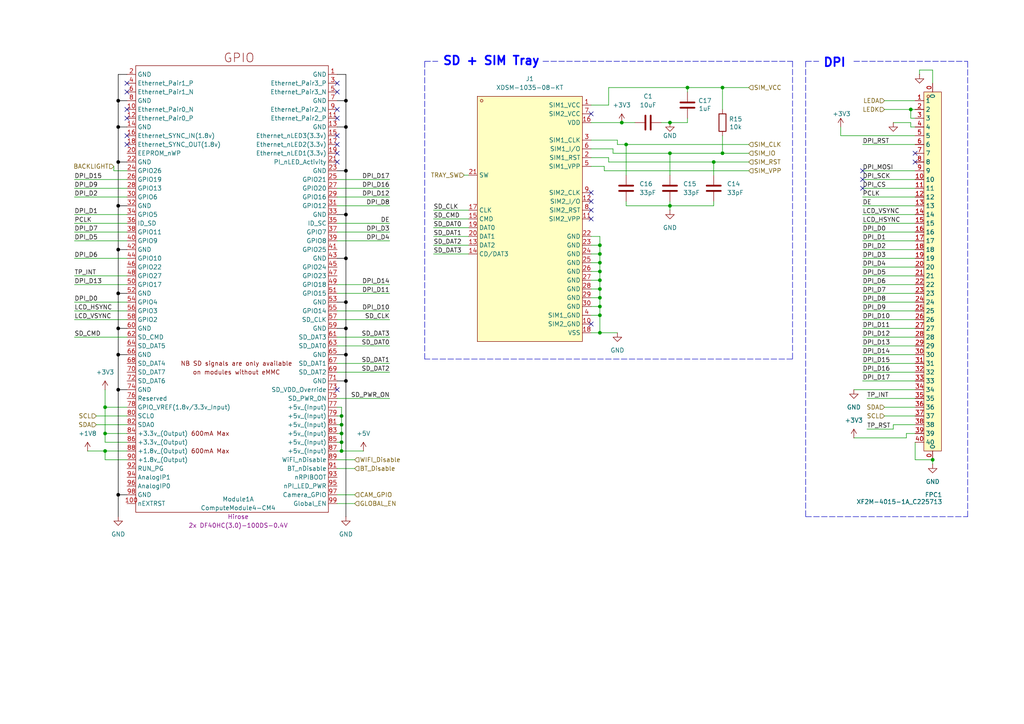
<source format=kicad_sch>
(kicad_sch (version 20231120) (generator "eeschema") (generator_version "8.0")
  (paper "A4")
  (title_block (title "GPIO and LowSpeed") (date "2024-10-19") (rev "Prototype v0") (company "xamuel.xyz"))
  (lib_symbols
    (symbol "Device:C" (pin_numbers hide) (pin_names (offset 0.254))
      (property "Reference" "C" (at 0.635 2.54 0))
      (property "Value" "C" (at 0.635 -2.54 0))
      (symbol "C_0_1"
        (polyline (pts (xy -2.032 -0.762) (xy 2.032 -0.762)) (stroke (width 0.508)))
        (polyline (pts (xy -2.032 0.762) (xy 2.032 0.762)) (stroke (width 0.508)))
      )
      (symbol "C_1_1"
        (pin passive line (at 0 3.81 270) (length 2.794) (name "~") (number "1"))
        (pin passive line (at 0 -3.81 90) (length 2.794) (name "~") (number "2"))
      )
    )
    (symbol "Device:R" (pin_numbers hide) (pin_names (offset 0))
      (property "Reference" "R" (at 2.032 0 90))
      (property "Value" "R" (at 0 0 90))
      (symbol "R_0_1"
        (rectangle (start -1.016 -2.54) (end 1.016 2.54) (stroke (width 0.254)))
      )
      (symbol "R_1_1"
        (pin passive line (at 0 3.81 270) (length 1.27) (name "~") (number "1"))
        (pin passive line (at 0 -3.81 90) (length 1.27) (name "~") (number "2"))
      )
    )
    (symbol "linuxpocket:ComputeModule4-CM4"
      (property "Reference" "Module" (at 113.03 -68.58 0))
      (property "Value" "ComputeModule4-CM4" (at 139.446 -70.104 0))
      (property "Field4" "Hirose" (at 139.954 -62.23 0))
      (property "Field5" "2x DF40HC(3.0)-100DS-0.4V" (at 139.954 -64.77 0))
      (symbol "ComputeModule4-CM4_1_0"
        (text "GPIO" (at -0.508 60.706 0) (effects (font (size 2.54 2.54))))
      )
      (symbol "ComputeModule4-CM4_1_1"
        (rectangle (start -30.48 -71.12) (end 25.4 58.42))
        (text "600mA Max" (at -8.89 -53.34 0) (effects (font (size 1.27 1.27))))
        (text "600mA Max" (at -8.89 -48.26 0) (effects (font (size 1.27 1.27))))
        (text "NB SD signals are only available" (at -1.27 -27.94 0) (effects (font (size 1.27 1.27))))
        (text "on modules without eMMC" (at -1.27 -30.48 0) (effects (font (size 1.27 1.27))))
        (pin power_in line (at 27.94 55.88 180) (length 2.54) (name "GND") (number "1"))
        (pin passive line (at -33.02 45.72 0) (length 2.54) (name "Ethernet_Pair0_N") (number "10"))
        (pin output line (at -33.02 -68.58 0) (length 2.54) (name "nEXTRST") (number "100"))
        (pin passive line (at 27.94 43.18 180) (length 2.54) (name "Ethernet_Pair2_P") (number "11"))
        (pin passive line (at -33.02 43.18 0) (length 2.54) (name "Ethernet_Pair0_P") (number "12"))
        (pin power_in line (at 27.94 40.64 180) (length 2.54) (name "GND") (number "13"))
        (pin power_in line (at -33.02 40.64 0) (length 2.54) (name "GND") (number "14"))
        (pin output line (at 27.94 38.1 180) (length 2.54) (name "Ethernet_nLED3(3.3v)") (number "15"))
        (pin input line (at -33.02 38.1 0) (length 2.54) (name "Ethernet_SYNC_IN(1.8v)") (number "16"))
        (pin output line (at 27.94 35.56 180) (length 2.54) (name "Ethernet_nLED2(3.3v)") (number "17"))
        (pin input line (at -33.02 35.56 0) (length 2.54) (name "Ethernet_SYNC_OUT(1.8v)") (number "18"))
        (pin output line (at 27.94 33.02 180) (length 2.54) (name "Ethernet_nLED1(3.3v)") (number "19"))
        (pin power_in line (at -33.02 55.88 0) (length 2.54) (name "GND") (number "2"))
        (pin passive line (at -33.02 33.02 0) (length 2.54) (name "EEPROM_nWP") (number "20"))
        (pin open_collector line (at 27.94 30.48 180) (length 2.54) (name "PI_nLED_Activity") (number "21"))
        (pin power_in line (at -33.02 30.48 0) (length 2.54) (name "GND") (number "22"))
        (pin power_in line (at 27.94 27.94 180) (length 2.54) (name "GND") (number "23"))
        (pin passive line (at -33.02 27.94 0) (length 2.54) (name "GPIO26") (number "24"))
        (pin passive line (at 27.94 25.4 180) (length 2.54) (name "GPIO21") (number "25"))
        (pin passive line (at -33.02 25.4 0) (length 2.54) (name "GPIO19") (number "26"))
        (pin passive line (at 27.94 22.86 180) (length 2.54) (name "GPIO20") (number "27"))
        (pin passive line (at -33.02 22.86 0) (length 2.54) (name "GPIO13") (number "28"))
        (pin passive line (at 27.94 20.32 180) (length 2.54) (name "GPIO16") (number "29"))
        (pin passive line (at 27.94 53.34 180) (length 2.54) (name "Ethernet_Pair3_P") (number "3"))
        (pin passive line (at -33.02 20.32 0) (length 2.54) (name "GPIO6") (number "30"))
        (pin passive line (at 27.94 17.78 180) (length 2.54) (name "GPIO12") (number "31"))
        (pin power_in line (at -33.02 17.78 0) (length 2.54) (name "GND") (number "32"))
        (pin power_in line (at 27.94 15.24 180) (length 2.54) (name "GND") (number "33"))
        (pin passive line (at -33.02 15.24 0) (length 2.54) (name "GPIO5") (number "34"))
        (pin passive line (at 27.94 12.7 180) (length 2.54) (name "ID_SC") (number "35"))
        (pin passive line (at -33.02 12.7 0) (length 2.54) (name "ID_SD") (number "36"))
        (pin passive line (at 27.94 10.16 180) (length 2.54) (name "GPIO7") (number "37"))
        (pin passive line (at -33.02 10.16 0) (length 2.54) (name "GPIO11") (number "38"))
        (pin passive line (at 27.94 7.62 180) (length 2.54) (name "GPIO8") (number "39"))
        (pin passive line (at -33.02 53.34 0) (length 2.54) (name "Ethernet_Pair1_P") (number "4"))
        (pin passive line (at -33.02 7.62 0) (length 2.54) (name "GPIO9") (number "40"))
        (pin passive line (at 27.94 5.08 180) (length 2.54) (name "GPIO25") (number "41"))
        (pin power_in line (at -33.02 5.08 0) (length 2.54) (name "GND") (number "42"))
        (pin power_in line (at 27.94 2.54 180) (length 2.54) (name "GND") (number "43"))
        (pin passive line (at -33.02 2.54 0) (length 2.54) (name "GPIO10") (number "44"))
        (pin passive line (at 27.94 0 180) (length 2.54) (name "GPIO24") (number "45"))
        (pin passive line (at -33.02 0 0) (length 2.54) (name "GPIO22") (number "46"))
        (pin passive line (at 27.94 -2.54 180) (length 2.54) (name "GPIO23") (number "47"))
        (pin passive line (at -33.02 -2.54 0) (length 2.54) (name "GPIO27") (number "48"))
        (pin passive line (at 27.94 -5.08 180) (length 2.54) (name "GPIO18") (number "49"))
        (pin passive line (at 27.94 50.8 180) (length 2.54) (name "Ethernet_Pair3_N") (number "5"))
        (pin passive line (at -33.02 -5.08 0) (length 2.54) (name "GPIO17") (number "50"))
        (pin passive line (at 27.94 -7.62 180) (length 2.54) (name "GPIO15") (number "51"))
        (pin power_in line (at -33.02 -7.62 0) (length 2.54) (name "GND") (number "52"))
        (pin power_in line (at 27.94 -10.16 180) (length 2.54) (name "GND") (number "53"))
        (pin passive line (at -33.02 -10.16 0) (length 2.54) (name "GPIO4") (number "54"))
        (pin passive line (at 27.94 -12.7 180) (length 2.54) (name "GPIO14") (number "55"))
        (pin passive line (at -33.02 -12.7 0) (length 2.54) (name "GPIO3") (number "56"))
        (pin passive line (at 27.94 -15.24 180) (length 2.54) (name "SD_CLK") (number "57"))
        (pin passive line (at -33.02 -15.24 0) (length 2.54) (name "GPIO2") (number "58"))
        (pin power_in line (at 27.94 -17.78 180) (length 2.54) (name "GND") (number "59"))
        (pin passive line (at -33.02 50.8 0) (length 2.54) (name "Ethernet_Pair1_N") (number "6"))
        (pin power_in line (at -33.02 -17.78 0) (length 2.54) (name "GND") (number "60"))
        (pin passive line (at 27.94 -20.32 180) (length 2.54) (name "SD_DAT3") (number "61"))
        (pin passive line (at -33.02 -20.32 0) (length 2.54) (name "SD_CMD") (number "62"))
        (pin passive line (at 27.94 -22.86 180) (length 2.54) (name "SD_DAT0") (number "63"))
        (pin passive line (at -33.02 -22.86 0) (length 2.54) (name "SD_DAT5") (number "64"))
        (pin power_in line (at 27.94 -25.4 180) (length 2.54) (name "GND") (number "65"))
        (pin power_in line (at -33.02 -25.4 0) (length 2.54) (name "GND") (number "66"))
        (pin passive line (at 27.94 -27.94 180) (length 2.54) (name "SD_DAT1") (number "67"))
        (pin passive line (at -33.02 -27.94 0) (length 2.54) (name "SD_DAT4") (number "68"))
        (pin passive line (at 27.94 -30.48 180) (length 2.54) (name "SD_DAT2") (number "69"))
        (pin power_in line (at 27.94 48.26 180) (length 2.54) (name "GND") (number "7"))
        (pin passive line (at -33.02 -30.48 0) (length 2.54) (name "SD_DAT7") (number "70"))
        (pin power_in line (at 27.94 -33.02 180) (length 2.54) (name "GND") (number "71"))
        (pin passive line (at -33.02 -33.02 0) (length 2.54) (name "SD_DAT6") (number "72"))
        (pin input line (at 27.94 -35.56 180) (length 2.54) (name "SD_VDD_Override") (number "73"))
        (pin power_in line (at -33.02 -35.56 0) (length 2.54) (name "GND") (number "74"))
        (pin output line (at 27.94 -38.1 180) (length 2.54) (name "SD_PWR_ON") (number "75"))
        (pin passive line (at -33.02 -38.1 0) (length 2.54) (name "Reserved") (number "76"))
        (pin power_in line (at 27.94 -40.64 180) (length 2.54) (name "+5v_(Input)") (number "77"))
        (pin power_in line (at -33.02 -40.64 0) (length 2.54) (name "GPIO_VREF(1.8v/3.3v_Input)") (number "78"))
        (pin power_in line (at 27.94 -43.18 180) (length 2.54) (name "+5v_(Input)") (number "79"))
        (pin power_in line (at -33.02 48.26 0) (length 2.54) (name "GND") (number "8"))
        (pin passive line (at -33.02 -43.18 0) (length 2.54) (name "SCL0") (number "80"))
        (pin power_in line (at 27.94 -45.72 180) (length 2.54) (name "+5v_(Input)") (number "81"))
        (pin passive line (at -33.02 -45.72 0) (length 2.54) (name "SDA0") (number "82"))
        (pin power_in line (at 27.94 -48.26 180) (length 2.54) (name "+5v_(Input)") (number "83"))
        (pin power_out line (at -33.02 -48.26 0) (length 2.54) (name "+3.3v_(Output)") (number "84"))
        (pin power_in line (at 27.94 -50.8 180) (length 2.54) (name "+5v_(Input)") (number "85"))
        (pin power_out line (at -33.02 -50.8 0) (length 2.54) (name "+3.3v_(Output)") (number "86"))
        (pin power_in line (at 27.94 -53.34 180) (length 2.54) (name "+5v_(Input)") (number "87"))
        (pin power_out line (at -33.02 -53.34 0) (length 2.54) (name "+1.8v_(Output)") (number "88"))
        (pin power_in line (at 27.94 -55.88 180) (length 2.54) (name "WiFi_nDisable") (number "89"))
        (pin passive line (at 27.94 45.72 180) (length 2.54) (name "Ethernet_Pair2_N") (number "9"))
        (pin power_out line (at -33.02 -55.88 0) (length 2.54) (name "+1.8v_(Output)") (number "90"))
        (pin power_in line (at 27.94 -58.42 180) (length 2.54) (name "BT_nDisable") (number "91"))
        (pin passive line (at -33.02 -58.42 0) (length 2.54) (name "RUN_PG") (number "92"))
        (pin input line (at 27.94 -60.96 180) (length 2.54) (name "nRPIBOOT") (number "93"))
        (pin passive line (at -33.02 -60.96 0) (length 2.54) (name "AnalogIP1") (number "94"))
        (pin output line (at 27.94 -63.5 180) (length 2.54) (name "nPI_LED_PWR") (number "95"))
        (pin passive line (at -33.02 -63.5 0) (length 2.54) (name "AnalogIP0") (number "96"))
        (pin passive line (at 27.94 -66.04 180) (length 2.54) (name "Camera_GPIO") (number "97"))
        (pin power_in line (at -33.02 -66.04 0) (length 2.54) (name "GND") (number "98"))
        (pin input line (at 27.94 -68.58 180) (length 2.54) (name "Global_EN") (number "99"))
      )
      (symbol "ComputeModule4-CM4_2_1"
        (rectangle (start 114.3 -66.04) (end 165.1 63.5))
        (text "High Speed Serial" (at 140.462 66.04 0) (effects (font (size 2.54 2.54))))
        (pin input line (at 170.18 60.96 180) (length 5.08) (name "USB_OTG_ID") (number "101"))
        (pin input line (at 109.22 60.96 0) (length 5.08) (name "PCIe_CLK_nREQ") (number "102"))
        (pin passive line (at 170.18 58.42 180) (length 5.08) (name "USB2_N") (number "103"))
        (pin passive line (at 109.22 58.42 0) (length 5.08) (name "Reserved") (number "104"))
        (pin passive line (at 170.18 55.88 180) (length 5.08) (name "USB2_P") (number "105"))
        (pin passive line (at 109.22 55.88 0) (length 5.08) (name "Reserved") (number "106"))
        (pin power_in line (at 170.18 53.34 180) (length 5.08) (name "GND") (number "107"))
        (pin power_in line (at 109.22 53.34 0) (length 5.08) (name "GND") (number "108"))
        (pin bidirectional line (at 170.18 50.8 180) (length 5.08) (name "PCIe_nRST") (number "109"))
        (pin output line (at 109.22 50.8 0) (length 5.08) (name "PCIe_CLK_P") (number "110"))
        (pin passive line (at 170.18 48.26 180) (length 5.08) (name "VDAC_COMP") (number "111"))
        (pin output line (at 109.22 48.26 0) (length 5.08) (name "PCIe_CLK_N") (number "112"))
        (pin power_in line (at 170.18 45.72 180) (length 5.08) (name "GND") (number "113"))
        (pin power_in line (at 109.22 45.72 0) (length 5.08) (name "GND") (number "114"))
        (pin input line (at 170.18 43.18 180) (length 5.08) (name "CAM1_D0_N") (number "115"))
        (pin input line (at 109.22 43.18 0) (length 5.08) (name "PCIe_RX_P") (number "116"))
        (pin input line (at 170.18 40.64 180) (length 5.08) (name "CAM1_D0_P") (number "117"))
        (pin input line (at 109.22 40.64 0) (length 5.08) (name "PCIe_RX_N") (number "118"))
        (pin power_in line (at 170.18 38.1 180) (length 5.08) (name "GND") (number "119"))
        (pin power_in line (at 109.22 38.1 0) (length 5.08) (name "GND") (number "120"))
        (pin input line (at 170.18 35.56 180) (length 5.08) (name "CAM1_D1_N") (number "121"))
        (pin output line (at 109.22 35.56 0) (length 5.08) (name "PCIe_TX_P") (number "122"))
        (pin input line (at 170.18 33.02 180) (length 5.08) (name "CAM1_D1_P") (number "123"))
        (pin output line (at 109.22 33.02 0) (length 5.08) (name "PCIe_TX_N") (number "124"))
        (pin power_in line (at 170.18 30.48 180) (length 5.08) (name "GND") (number "125"))
        (pin power_in line (at 109.22 30.48 0) (length 5.08) (name "GND") (number "126"))
        (pin input line (at 170.18 27.94 180) (length 5.08) (name "CAM1_C_N") (number "127"))
        (pin input line (at 109.22 27.94 0) (length 5.08) (name "CAM0_D0_N") (number "128"))
        (pin input line (at 170.18 25.4 180) (length 5.08) (name "CAM1_C_P") (number "129"))
        (pin input line (at 109.22 25.4 0) (length 5.08) (name "CAM0_D0_P") (number "130"))
        (pin power_in line (at 170.18 22.86 180) (length 5.08) (name "GND") (number "131"))
        (pin power_in line (at 109.22 22.86 0) (length 5.08) (name "GND") (number "132"))
        (pin input line (at 170.18 20.32 180) (length 5.08) (name "CAM1_D2_N") (number "133"))
        (pin input line (at 109.22 20.32 0) (length 5.08) (name "CAM0_D1_N") (number "134"))
        (pin input line (at 170.18 17.78 180) (length 5.08) (name "CAM1_D2_P") (number "135"))
        (pin input line (at 109.22 17.78 0) (length 5.08) (name "CAM0_D1_P") (number "136"))
        (pin power_in line (at 170.18 15.24 180) (length 5.08) (name "GND") (number "137"))
        (pin power_in line (at 109.22 15.24 0) (length 5.08) (name "GND") (number "138"))
        (pin input line (at 170.18 12.7 180) (length 5.08) (name "CAM1_D3_N") (number "139"))
        (pin input line (at 109.22 12.7 0) (length 5.08) (name "CAM0_C_N") (number "140"))
        (pin input line (at 170.18 10.16 180) (length 5.08) (name "CAM1_D3_P") (number "141"))
        (pin input line (at 109.22 10.16 0) (length 5.08) (name "CAM0_C_P") (number "142"))
        (pin input line (at 170.18 7.62 180) (length 5.08) (name "HDMI1_HOTPLUG") (number "143"))
        (pin power_in line (at 109.22 7.62 0) (length 5.08) (name "GND") (number "144"))
        (pin bidirectional line (at 170.18 5.08 180) (length 5.08) (name "HDMI1_SDA") (number "145"))
        (pin output line (at 109.22 5.08 0) (length 5.08) (name "HDMI1_TX2_P") (number "146"))
        (pin open_collector line (at 170.18 2.54 180) (length 5.08) (name "HDMI1_SCL") (number "147"))
        (pin output line (at 109.22 2.54 0) (length 5.08) (name "HDMI1_TX2_N") (number "148"))
        (pin open_collector line (at 170.18 0 180) (length 5.08) (name "HDMI1_CEC") (number "149"))
        (pin power_in line (at 109.22 0 0) (length 5.08) (name "GND") (number "150"))
        (pin open_collector line (at 170.18 -2.54 180) (length 5.08) (name "HDMI0_CEC") (number "151"))
        (pin output line (at 109.22 -2.54 0) (length 5.08) (name "HDMI1_TX1_P") (number "152"))
        (pin input line (at 170.18 -5.08 180) (length 5.08) (name "HDMI0_HOTPLUG") (number "153"))
        (pin output line (at 109.22 -5.08 0) (length 5.08) (name "HDMI1_TX1_N") (number "154"))
        (pin power_in line (at 170.18 -7.62 180) (length 5.08) (name "GND") (number "155"))
        (pin power_in line (at 109.22 -7.62 0) (length 5.08) (name "GND") (number "156"))
        (pin output line (at 170.18 -10.16 180) (length 5.08) (name "DSI0_D0_N") (number "157"))
        (pin output line (at 109.22 -10.16 0) (length 5.08) (name "HDMI1_TX0_P") (number "158"))
        (pin output line (at 170.18 -12.7 180) (length 5.08) (name "DSI0_D0_P") (number "159"))
        (pin output line (at 109.22 -12.7 0) (length 5.08) (name "HDMI1_TX0_N") (number "160"))
        (pin power_in line (at 170.18 -15.24 180) (length 5.08) (name "GND") (number "161"))
        (pin power_in line (at 109.22 -15.24 0) (length 5.08) (name "GND") (number "162"))
        (pin output line (at 170.18 -17.78 180) (length 5.08) (name "DSI0_D1_N") (number "163"))
        (pin output line (at 109.22 -17.78 0) (length 5.08) (name "HDMI1_CLK_P") (number "164"))
        (pin output line (at 170.18 -20.32 180) (length 5.08) (name "DSI0_D1_P") (number "165"))
        (pin output line (at 109.22 -20.32 0) (length 5.08) (name "HDMI1_CLK_N") (number "166"))
        (pin power_in line (at 170.18 -22.86 180) (length 5.08) (name "GND") (number "167"))
        (pin power_in line (at 109.22 -22.86 0) (length 5.08) (name "GND") (number "168"))
        (pin output line (at 170.18 -25.4 180) (length 5.08) (name "DSI0_C_N") (number "169"))
        (pin output line (at 109.22 -25.4 0) (length 5.08) (name "HDMI0_TX2_P") (number "170"))
        (pin output line (at 170.18 -27.94 180) (length 5.08) (name "DSI0_C_P") (number "171"))
        (pin output line (at 109.22 -27.94 0) (length 5.08) (name "HDMI0_TX2_N") (number "172"))
        (pin power_in line (at 170.18 -30.48 180) (length 5.08) (name "GND") (number "173"))
        (pin power_in line (at 109.22 -30.48 0) (length 5.08) (name "GND") (number "174"))
        (pin output line (at 170.18 -33.02 180) (length 5.08) (name "DSI1_D0_N") (number "175"))
        (pin output line (at 109.22 -33.02 0) (length 5.08) (name "HDMI0_TX1_P") (number "176"))
        (pin output line (at 170.18 -35.56 180) (length 5.08) (name "DSI1_D0_P") (number "177"))
        (pin output line (at 109.22 -35.56 0) (length 5.08) (name "HDMI0_TX1_N") (number "178"))
        (pin power_in line (at 170.18 -38.1 180) (length 5.08) (name "GND") (number "179"))
        (pin power_in line (at 109.22 -38.1 0) (length 5.08) (name "GND") (number "180"))
        (pin output line (at 170.18 -40.64 180) (length 5.08) (name "DSI1_D1_N") (number "181"))
        (pin output line (at 109.22 -40.64 0) (length 5.08) (name "HDMI0_TX0_P") (number "182"))
        (pin output line (at 170.18 -43.18 180) (length 5.08) (name "DSI1_D1_P") (number "183"))
        (pin output line (at 109.22 -43.18 0) (length 5.08) (name "HDMI0_TX0_N") (number "184"))
        (pin power_in line (at 170.18 -45.72 180) (length 5.08) (name "GND") (number "185"))
        (pin power_in line (at 109.22 -45.72 0) (length 5.08) (name "GND") (number "186"))
        (pin output line (at 170.18 -48.26 180) (length 5.08) (name "DSI1_C_N") (number "187"))
        (pin output line (at 109.22 -48.26 0) (length 5.08) (name "HDMI0_CLK_P") (number "188"))
        (pin output line (at 170.18 -50.8 180) (length 5.08) (name "DSI1_C_P") (number "189"))
        (pin output line (at 109.22 -50.8 0) (length 5.08) (name "HDMI0_CLK_N") (number "190"))
        (pin power_in line (at 170.18 -53.34 180) (length 5.08) (name "GND") (number "191"))
        (pin power_in line (at 109.22 -53.34 0) (length 5.08) (name "GND") (number "192"))
        (pin output line (at 170.18 -55.88 180) (length 5.08) (name "DSI1_D2_N") (number "193"))
        (pin output line (at 109.22 -55.88 0) (length 5.08) (name "DSI1_D3_N") (number "194"))
        (pin output line (at 170.18 -58.42 180) (length 5.08) (name "DSI1_D2_P") (number "195"))
        (pin output line (at 109.22 -58.42 0) (length 5.08) (name "DSI1_D3_P") (number "196"))
        (pin power_in line (at 170.18 -60.96 180) (length 5.08) (name "GND") (number "197"))
        (pin power_in line (at 109.22 -60.96 0) (length 5.08) (name "GND") (number "198"))
        (pin bidirectional line (at 170.18 -63.5 180) (length 5.08) (name "HDMI0_SDA") (number "199"))
        (pin open_collector line (at 109.22 -63.5 0) (length 5.08) (name "HDMI0_SCL") (number "200"))
      )
    )
    (symbol "linuxpocket:XDSM-1035-08-KT"
      (property "Reference" "U" (at 0 38.1 0))
      (property "Value" "XDSM-1035-08-KT" (at 0 -38.1 0))
      (symbol "XDSM-1035-08-KT_0_1"
        (rectangle (start -15.24 35.56) (end 15.24 -35.56) (fill (type background)))
        (circle (center -13.97 34.29) (radius 0.38))
        (pin unspecified line (at 17.78 33.02 180) (length 2.54) (name "SIM1_VCC") (number "1"))
        (pin unspecified line (at 17.78 -30.48 180) (length 2.54) (name "SIM2_GND") (number "10"))
        (pin unspecified line (at 17.78 0 180) (length 2.54) (name "SIM2_VPP") (number "11"))
        (pin unspecified line (at 17.78 5.08 180) (length 2.54) (name "SIM2_I/O") (number "12"))
        (pin unspecified line (at -17.78 -7.62 0) (length 2.54) (name "DAT2") (number "13"))
        (pin unspecified line (at -17.78 -10.16 0) (length 2.54) (name "CD/DAT3") (number "14"))
        (pin unspecified line (at -17.78 0 0) (length 2.54) (name "CMD") (number "15"))
        (pin unspecified line (at 17.78 27.94 180) (length 2.54) (name "VDD") (number "16"))
        (pin unspecified line (at -17.78 2.54 0) (length 2.54) (name "CLK") (number "17"))
        (pin unspecified line (at 17.78 -33.02 180) (length 2.54) (name "VSS") (number "18"))
        (pin unspecified line (at -17.78 -2.54 0) (length 2.54) (name "DAT0") (number "19"))
        (pin unspecified line (at 17.78 17.78 180) (length 2.54) (name "SIM1_RST") (number "2"))
        (pin unspecified line (at -17.78 -5.08 0) (length 2.54) (name "DAT1") (number "20"))
        (pin unspecified line (at -17.78 12.7 0) (length 2.54) (name "SW") (number "21"))
        (pin unspecified line (at 17.78 -5.08 180) (length 2.54) (name "GND") (number "22"))
        (pin unspecified line (at 17.78 -7.62 180) (length 2.54) (name "GND") (number "23"))
        (pin unspecified line (at 17.78 -10.16 180) (length 2.54) (name "GND") (number "24"))
        (pin unspecified line (at 17.78 -12.7 180) (length 2.54) (name "GND") (number "25"))
        (pin unspecified line (at 17.78 -15.24 180) (length 2.54) (name "GND") (number "26"))
        (pin unspecified line (at 17.78 -17.78 180) (length 2.54) (name "GND") (number "27"))
        (pin unspecified line (at 17.78 -20.32 180) (length 2.54) (name "GND") (number "28"))
        (pin unspecified line (at 17.78 -22.86 180) (length 2.54) (name "GND") (number "29"))
        (pin unspecified line (at 17.78 22.86 180) (length 2.54) (name "SIM1_CLK") (number "3"))
        (pin unspecified line (at 17.78 -25.4 180) (length 2.54) (name "GND") (number "30"))
        (pin unspecified line (at 17.78 -27.94 180) (length 2.54) (name "SIM1_GND") (number "4"))
        (pin unspecified line (at 17.78 15.24 180) (length 2.54) (name "SIM1_VPP") (number "5"))
        (pin unspecified line (at 17.78 20.32 180) (length 2.54) (name "SIM1_I/O") (number "6"))
        (pin unspecified line (at 17.78 30.48 180) (length 2.54) (name "SIM2_VCC") (number "7"))
        (pin unspecified line (at 17.78 2.54 180) (length 2.54) (name "SIM2_RST") (number "8"))
        (pin unspecified line (at 17.78 7.62 180) (length 2.54) (name "SIM2_CLK") (number "9"))
      )
    )
    (symbol "linuxpocket:XF2M-4015-1A_C225713"
      (property "Reference" "FPC" (at 0 58.42 0))
      (property "Value" "XF2M-4015-1A_C225713" (at 0 -60.96 0))
      (symbol "XF2M-4015-1A_C225713_0_1"
        (rectangle (start 0 50.8) (end 5.08 -53.34) (fill (type background)))
        (circle (center 1.27 49.53) (radius 0.38))
        (pin unspecified line (at 2.54 -55.88 90) (length 2.54) (name "0") (number "0"))
        (pin unspecified line (at 2.54 53.34 270) (length 2.54) (name "0") (number "0"))
        (pin unspecified line (at -2.54 48.26 0) (length 2.54) (name "1") (number "1"))
        (pin unspecified line (at -2.54 25.4 0) (length 2.54) (name "10") (number "10"))
        (pin unspecified line (at -2.54 22.86 0) (length 2.54) (name "11") (number "11"))
        (pin unspecified line (at -2.54 20.32 0) (length 2.54) (name "12") (number "12"))
        (pin unspecified line (at -2.54 17.78 0) (length 2.54) (name "13") (number "13"))
        (pin unspecified line (at -2.54 15.24 0) (length 2.54) (name "14") (number "14"))
        (pin unspecified line (at -2.54 12.7 0) (length 2.54) (name "15") (number "15"))
        (pin unspecified line (at -2.54 10.16 0) (length 2.54) (name "16") (number "16"))
        (pin unspecified line (at -2.54 7.62 0) (length 2.54) (name "17") (number "17"))
        (pin unspecified line (at -2.54 5.08 0) (length 2.54) (name "18") (number "18"))
        (pin unspecified line (at -2.54 2.54 0) (length 2.54) (name "19") (number "19"))
        (pin unspecified line (at -2.54 45.72 0) (length 2.54) (name "2") (number "2"))
        (pin unspecified line (at -2.54 0 0) (length 2.54) (name "20") (number "20"))
        (pin unspecified line (at -2.54 -2.54 0) (length 2.54) (name "21") (number "21"))
        (pin unspecified line (at -2.54 -5.08 0) (length 2.54) (name "22") (number "22"))
        (pin unspecified line (at -2.54 -7.62 0) (length 2.54) (name "23") (number "23"))
        (pin unspecified line (at -2.54 -10.16 0) (length 2.54) (name "24") (number "24"))
        (pin unspecified line (at -2.54 -12.7 0) (length 2.54) (name "25") (number "25"))
        (pin unspecified line (at -2.54 -15.24 0) (length 2.54) (name "26") (number "26"))
        (pin unspecified line (at -2.54 -17.78 0) (length 2.54) (name "27") (number "27"))
        (pin unspecified line (at -2.54 -20.32 0) (length 2.54) (name "28") (number "28"))
        (pin unspecified line (at -2.54 -22.86 0) (length 2.54) (name "29") (number "29"))
        (pin unspecified line (at -2.54 43.18 0) (length 2.54) (name "3") (number "3"))
        (pin unspecified line (at -2.54 -25.4 0) (length 2.54) (name "30") (number "30"))
        (pin unspecified line (at -2.54 -27.94 0) (length 2.54) (name "31") (number "31"))
        (pin unspecified line (at -2.54 -30.48 0) (length 2.54) (name "32") (number "32"))
        (pin unspecified line (at -2.54 -33.02 0) (length 2.54) (name "33") (number "33"))
        (pin unspecified line (at -2.54 -35.56 0) (length 2.54) (name "34") (number "34"))
        (pin unspecified line (at -2.54 -38.1 0) (length 2.54) (name "35") (number "35"))
        (pin unspecified line (at -2.54 -40.64 0) (length 2.54) (name "36") (number "36"))
        (pin unspecified line (at -2.54 -43.18 0) (length 2.54) (name "37") (number "37"))
        (pin unspecified line (at -2.54 -45.72 0) (length 2.54) (name "38") (number "38"))
        (pin unspecified line (at -2.54 -48.26 0) (length 2.54) (name "39") (number "39"))
        (pin unspecified line (at -2.54 40.64 0) (length 2.54) (name "4") (number "4"))
        (pin unspecified line (at -2.54 -50.8 0) (length 2.54) (name "40") (number "40"))
        (pin unspecified line (at -2.54 38.1 0) (length 2.54) (name "5") (number "5"))
        (pin unspecified line (at -2.54 35.56 0) (length 2.54) (name "6") (number "6"))
        (pin unspecified line (at -2.54 33.02 0) (length 2.54) (name "7") (number "7"))
        (pin unspecified line (at -2.54 30.48 0) (length 2.54) (name "8") (number "8"))
        (pin unspecified line (at -2.54 27.94 0) (length 2.54) (name "9") (number "9"))
      )
    )
    (symbol "power:+1V8" (power) (pin_numbers hide) (pin_names (offset 0) hide)
      (property "Value" "+1V8" (at 0 3.556 0))
      (symbol "+1V8_0_1"
        (polyline (pts (xy -0.762 1.27) (xy 0 2.54)))
        (polyline (pts (xy 0 0) (xy 0 2.54)))
        (polyline (pts (xy 0 2.54) (xy 0.762 1.27)))
      )
      (symbol "+1V8_1_1"
        (pin power_in line (at 0 0 90) (length 0) (name "~") (number "1"))
      )
    )
    (symbol "power:+3V3" (power) (pin_numbers hide) (pin_names (offset 0) hide)
      (property "Value" "+3V3" (at 0 3.556 0))
      (symbol "+3V3_0_1"
        (polyline (pts (xy -0.762 1.27) (xy 0 2.54)))
        (polyline (pts (xy 0 0) (xy 0 2.54)))
        (polyline (pts (xy 0 2.54) (xy 0.762 1.27)))
      )
      (symbol "+3V3_1_1"
        (pin power_in line (at 0 0 90) (length 0) (name "~") (number "1"))
      )
    )
    (symbol "power:+5V" (power) (pin_numbers hide) (pin_names (offset 0) hide)
      (property "Value" "+5V" (at 0 3.556 0))
      (symbol "+5V_0_1"
        (polyline (pts (xy -0.762 1.27) (xy 0 2.54)))
        (polyline (pts (xy 0 0) (xy 0 2.54)))
        (polyline (pts (xy 0 2.54) (xy 0.762 1.27)))
      )
      (symbol "+5V_1_1"
        (pin power_in line (at 0 0 90) (length 0) (name "~") (number "1"))
      )
    )
    (symbol "power:GND" (power) (pin_numbers hide) (pin_names (offset 0) hide)
      (property "Value" "GND" (at 0 -3.81 0))
      (symbol "GND_0_1"
        (polyline (pts (xy 0 0) (xy 0 -1.27) (xy 1.27 -1.27) (xy 0 -2.54) (xy -1.27 -1.27) (xy 0 -1.27)))
      )
      (symbol "GND_1_1"
        (pin power_in line (at 0 0 270) (length 0) (name "~") (number "1"))
      )
    )
  )
  (junction (at 34.29 59.69) (color 0 0 0 1))
  (junction (at 181.61 41.91))
  (junction (at 180.34 35.56))
  (junction (at 209.55 25.4))
  (junction (at 34.29 36.83) (color 0 0 0 1))
  (junction (at 207.01 46.99))
  (junction (at 194.31 44.45))
  (junction (at 99.06 120.65) (color 0 132 0 1))
  (junction (at 194.31 59.69))
  (junction (at 173.99 71.12))
  (junction (at 173.99 86.36))
  (junction (at 30.48 125.73))
  (junction (at 100.33 36.83) (color 0 0 0 1))
  (junction (at 100.33 87.63) (color 0 0 0 1))
  (junction (at 100.33 49.53) (color 0 0 0 1))
  (junction (at 173.99 76.2))
  (junction (at 99.06 128.27) (color 0 132 0 1))
  (junction (at 194.31 35.56))
  (junction (at 34.29 102.87) (color 0 0 0 1))
  (junction (at 173.99 81.28))
  (junction (at 34.29 113.03) (color 0 0 0 1))
  (junction (at 209.55 44.45))
  (junction (at 199.39 25.4))
  (junction (at 270.51 133.35))
  (junction (at 100.33 74.93) (color 0 0 0 1))
  (junction (at 99.06 125.73) (color 0 132 0 1))
  (junction (at 100.33 95.25) (color 0 0 0 1))
  (junction (at 100.33 62.23) (color 0 0 0 1))
  (junction (at 173.99 91.44))
  (junction (at 173.99 96.52))
  (junction (at 100.33 29.21) (color 0 0 0 1))
  (junction (at 264.16 31.75))
  (junction (at 173.99 88.9))
  (junction (at 173.99 78.74))
  (junction (at 34.29 85.09) (color 0 0 0 1))
  (junction (at 30.48 118.11))
  (junction (at 34.29 46.99) (color 0 0 0 1))
  (junction (at 30.48 130.81))
  (junction (at 34.29 143.51) (color 0 0 0 1))
  (junction (at 34.29 95.25) (color 0 0 0 1))
  (junction (at 34.29 29.21) (color 0 0 0 1))
  (junction (at 173.99 73.66))
  (junction (at 99.06 130.81))
  (junction (at 173.99 83.82))
  (junction (at 100.33 102.87) (color 0 0 0 1))
  (junction (at 100.33 110.49) (color 0 0 0 1))
  (junction (at 99.06 123.19) (color 0 132 0 1))
  (junction (at 34.29 72.39) (color 0 0 0 1))
  (no_connect (at 97.79 26.67))
  (no_connect (at 36.83 34.29))
  (no_connect (at 97.79 41.91))
  (no_connect (at 36.83 26.67))
  (no_connect (at 36.83 24.13))
  (no_connect (at 36.83 41.91))
  (no_connect (at 250.19 49.53))
  (no_connect (at 97.79 46.99))
  (no_connect (at 265.43 46.99))
  (no_connect (at 97.79 31.75))
  (no_connect (at 265.43 44.45))
  (no_connect (at 171.45 55.88))
  (no_connect (at 97.79 39.37))
  (no_connect (at 36.83 31.75))
  (no_connect (at 250.19 52.07))
  (no_connect (at 171.45 58.42))
  (no_connect (at 97.79 34.29))
  (no_connect (at 171.45 63.5))
  (no_connect (at 171.45 60.96))
  (no_connect (at 36.83 39.37))
  (no_connect (at 97.79 113.03))
  (no_connect (at 250.19 54.61))
  (no_connect (at 171.45 33.02))
  (no_connect (at 97.79 24.13))
  (no_connect (at 171.45 93.98))
  (no_connect (at 97.79 44.45))
  (wire (pts (xy 179.07 41.91) (xy 179.07 40.64)))
  (wire (pts (xy 97.79 105.41) (xy 113.03 105.41)))
  (wire (pts (xy 21.59 54.61) (xy 36.83 54.61)))
  (wire (pts (xy 30.48 128.27) (xy 36.83 128.27)))
  (wire (pts (xy 113.03 115.57) (xy 97.79 115.57)))
  (wire (pts (xy 34.29 95.25) (xy 34.29 102.87)) (stroke (width 0) (color 0 0 0 1)))
  (wire (pts (xy 99.06 130.81) (xy 105.41 130.81)))
  (wire (pts (xy 175.26 49.53) (xy 175.26 48.26)))
  (wire (pts (xy 270.51 134.62) (xy 270.51 133.35)))
  (polyline (pts (xy 280.67 149.86) (xy 280.67 17.78)) (stroke (width 0) (type dash)))
  (wire (pts (xy 265.43 97.79) (xy 250.19 97.79)))
  (wire (pts (xy 34.29 46.99) (xy 34.29 59.69)) (stroke (width 0) (color 0 0 0 1)))
  (wire (pts (xy 30.48 113.03) (xy 30.48 118.11)))
  (wire (pts (xy 34.29 143.51) (xy 36.83 143.51)) (stroke (width 0) (color 0 0 0 1)))
  (polyline (pts (xy 233.68 149.86) (xy 280.67 149.86)) (stroke (width 0) (type dash)))
  (wire (pts (xy 97.79 120.65) (xy 99.06 120.65)) (stroke (width 0) (color 0 132 0 1)))
  (wire (pts (xy 265.43 133.35) (xy 270.51 133.35)))
  (wire (pts (xy 97.79 128.27) (xy 99.06 128.27)) (stroke (width 0) (color 0 132 0 1)))
  (wire (pts (xy 100.33 87.63) (xy 97.79 87.63)) (stroke (width 0) (color 0 0 0 1)))
  (wire (pts (xy 265.43 87.63) (xy 250.19 87.63)))
  (wire (pts (xy 179.07 41.91) (xy 181.61 41.91)))
  (wire (pts (xy 250.19 59.69) (xy 265.43 59.69)))
  (wire (pts (xy 100.33 87.63) (xy 100.33 95.25)) (stroke (width 0) (color 0 0 0 1)))
  (wire (pts (xy 102.87 146.05) (xy 97.79 146.05)))
  (wire (pts (xy 207.01 50.8) (xy 207.01 46.99)))
  (wire (pts (xy 27.94 120.65) (xy 36.83 120.65)))
  (wire (pts (xy 97.79 125.73) (xy 99.06 125.73)) (stroke (width 0) (color 0 132 0 1)))
  (wire (pts (xy 21.59 97.79) (xy 36.83 97.79)))
  (wire (pts (xy 100.33 21.59) (xy 100.33 29.21)) (stroke (width 0) (color 0 0 0 1)))
  (wire (pts (xy 265.43 31.75) (xy 264.16 31.75)))
  (wire (pts (xy 21.59 82.55) (xy 36.83 82.55)))
  (wire (pts (xy 33.02 48.26) (xy 33.02 49.53)))
  (wire (pts (xy 250.19 82.55) (xy 265.43 82.55)))
  (wire (pts (xy 30.48 133.35) (xy 36.83 133.35)))
  (wire (pts (xy 176.53 45.72) (xy 171.45 45.72)))
  (wire (pts (xy 259.08 123.19) (xy 265.43 123.19)))
  (wire (pts (xy 113.03 64.77) (xy 97.79 64.77)))
  (wire (pts (xy 207.01 58.42) (xy 207.01 59.69)))
  (wire (pts (xy 173.99 81.28) (xy 173.99 83.82)))
  (wire (pts (xy 30.48 118.11) (xy 36.83 118.11)))
  (wire (pts (xy 264.16 35.56) (xy 264.16 36.83)))
  (wire (pts (xy 125.73 60.96) (xy 135.89 60.96)))
  (wire (pts (xy 194.31 59.69) (xy 194.31 60.96)))
  (wire (pts (xy 171.45 71.12) (xy 173.99 71.12)))
  (wire (pts (xy 30.48 125.73) (xy 36.83 125.73)))
  (wire (pts (xy 171.45 73.66) (xy 173.99 73.66)))
  (wire (pts (xy 34.29 36.83) (xy 34.29 46.99)) (stroke (width 0) (color 0 0 0 1)))
  (wire (pts (xy 97.79 52.07) (xy 113.03 52.07)))
  (wire (pts (xy 102.87 143.51) (xy 97.79 143.51)))
  (wire (pts (xy 175.26 48.26) (xy 171.45 48.26)))
  (wire (pts (xy 243.84 39.37) (xy 243.84 36.83)))
  (wire (pts (xy 125.73 66.04) (xy 135.89 66.04)))
  (wire (pts (xy 100.33 74.93) (xy 100.33 62.23)) (stroke (width 0) (color 0 0 0 1)))
  (wire (pts (xy 99.06 123.19) (xy 99.06 125.73)) (stroke (width 0) (color 0 132 0 1)))
  (wire (pts (xy 177.8 44.45) (xy 194.31 44.45)))
  (wire (pts (xy 34.29 36.83) (xy 36.83 36.83)) (stroke (width 0) (color 0 0 0 1)))
  (wire (pts (xy 250.19 85.09) (xy 265.43 85.09)))
  (wire (pts (xy 21.59 52.07) (xy 36.83 52.07)))
  (wire (pts (xy 100.33 29.21) (xy 100.33 36.83)) (stroke (width 0) (color 0 0 0 1)))
  (wire (pts (xy 97.79 130.81) (xy 99.06 130.81)) (stroke (width 0) (color 0 132 0 1)))
  (wire (pts (xy 34.29 102.87) (xy 34.29 113.03)) (stroke (width 0) (color 0 0 0 1)))
  (wire (pts (xy 181.61 50.8) (xy 181.61 41.91)))
  (wire (pts (xy 265.43 77.47) (xy 250.19 77.47)))
  (wire (pts (xy 99.06 123.19) (xy 99.06 120.65)) (stroke (width 0) (color 0 132 0 1)))
  (wire (pts (xy 102.87 135.89) (xy 97.79 135.89)))
  (wire (pts (xy 34.29 85.09) (xy 36.83 85.09)) (stroke (width 0) (color 0 0 0 1)))
  (wire (pts (xy 251.46 124.46) (xy 259.08 124.46)))
  (wire (pts (xy 21.59 80.01) (xy 36.83 80.01)))
  (wire (pts (xy 173.99 91.44) (xy 173.99 88.9)))
  (wire (pts (xy 34.29 72.39) (xy 36.83 72.39)) (stroke (width 0) (color 0 0 0 1)))
  (wire (pts (xy 97.79 21.59) (xy 100.33 21.59)) (stroke (width 0) (color 0 0 0 1)))
  (polyline (pts (xy 247.65 17.78) (xy 280.67 17.78)) (stroke (width 0) (type dash)))
  (wire (pts (xy 21.59 64.77) (xy 36.83 64.77)))
  (wire (pts (xy 264.16 36.83) (xy 265.43 36.83)))
  (wire (pts (xy 100.33 29.21) (xy 97.79 29.21)) (stroke (width 0) (color 0 0 0 1)))
  (wire (pts (xy 181.61 58.42) (xy 181.61 59.69)))
  (wire (pts (xy 99.06 128.27) (xy 99.06 125.73)) (stroke (width 0) (color 0 132 0 1)))
  (wire (pts (xy 199.39 26.67) (xy 199.39 25.4)))
  (wire (pts (xy 97.79 118.11) (xy 99.06 118.11)) (stroke (width 0) (color 0 132 0 1)))
  (wire (pts (xy 97.79 74.93) (xy 100.33 74.93)) (stroke (width 0) (color 0 0 0 1)))
  (wire (pts (xy 102.87 133.35) (xy 97.79 133.35)))
  (wire (pts (xy 181.61 41.91) (xy 217.17 41.91)))
  (wire (pts (xy 34.29 29.21) (xy 34.29 36.83)) (stroke (width 0) (color 0 0 0 1)))
  (wire (pts (xy 177.8 44.45) (xy 177.8 43.18)))
  (wire (pts (xy 180.34 35.56) (xy 184.15 35.56)))
  (wire (pts (xy 194.31 59.69) (xy 207.01 59.69)))
  (wire (pts (xy 247.65 127) (xy 262.89 127)))
  (wire (pts (xy 264.16 34.29) (xy 265.43 34.29)))
  (wire (pts (xy 250.19 49.53) (xy 265.43 49.53)))
  (wire (pts (xy 100.33 110.49) (xy 100.33 149.86)) (stroke (width 0) (color 0 0 0 1)))
  (wire (pts (xy 250.19 52.07) (xy 265.43 52.07)))
  (wire (pts (xy 251.46 115.57) (xy 265.43 115.57)))
  (wire (pts (xy 176.53 25.4) (xy 199.39 25.4)))
  (wire (pts (xy 266.7 20.32) (xy 270.51 20.32)))
  (wire (pts (xy 97.79 123.19) (xy 99.06 123.19)) (stroke (width 0) (color 0 132 0 1)))
  (wire (pts (xy 125.73 73.66) (xy 135.89 73.66)))
  (wire (pts (xy 250.19 80.01) (xy 265.43 80.01)))
  (polyline (pts (xy 229.87 104.14) (xy 123.19 104.14)) (stroke (width 0) (type dash)))
  (wire (pts (xy 97.79 62.23) (xy 100.33 62.23)) (stroke (width 0) (color 0 0 0 1)))
  (wire (pts (xy 171.45 83.82) (xy 173.99 83.82)))
  (wire (pts (xy 97.79 102.87) (xy 100.33 102.87)) (stroke (width 0) (color 0 0 0 1)))
  (wire (pts (xy 250.19 57.15) (xy 265.43 57.15)))
  (wire (pts (xy 250.19 100.33) (xy 265.43 100.33)))
  (wire (pts (xy 250.19 54.61) (xy 265.43 54.61)))
  (wire (pts (xy 173.99 68.58) (xy 173.99 71.12)))
  (wire (pts (xy 21.59 57.15) (xy 36.83 57.15)))
  (wire (pts (xy 250.19 69.85) (xy 265.43 69.85)))
  (polyline (pts (xy 233.68 17.78) (xy 237.49 17.78)) (stroke (width 0) (type dash)))
  (wire (pts (xy 194.31 58.42) (xy 194.31 59.69)))
  (wire (pts (xy 30.48 130.81) (xy 30.48 133.35)))
  (wire (pts (xy 97.79 59.69) (xy 113.03 59.69)))
  (wire (pts (xy 34.29 113.03) (xy 36.83 113.03)) (stroke (width 0) (color 0 0 0 1)))
  (polyline (pts (xy 123.19 17.78) (xy 127 17.78)) (stroke (width 0) (type dash)))
  (wire (pts (xy 199.39 25.4) (xy 209.55 25.4)))
  (polyline (pts (xy 123.19 104.14) (xy 123.19 17.78)) (stroke (width 0) (type dash)))
  (wire (pts (xy 209.55 25.4) (xy 217.17 25.4)))
  (wire (pts (xy 181.61 59.69) (xy 194.31 59.69)))
  (wire (pts (xy 173.99 96.52) (xy 171.45 96.52)))
  (wire (pts (xy 21.59 74.93) (xy 36.83 74.93)))
  (wire (pts (xy 250.19 64.77) (xy 265.43 64.77)))
  (polyline (pts (xy 157.48 17.78) (xy 229.87 17.78)) (stroke (width 0) (type dash)))
  (wire (pts (xy 21.59 62.23) (xy 36.83 62.23)))
  (wire (pts (xy 259.08 35.56) (xy 264.16 35.56)))
  (wire (pts (xy 171.45 68.58) (xy 173.99 68.58)))
  (wire (pts (xy 100.33 62.23) (xy 100.33 49.53)) (stroke (width 0) (color 0 0 0 1)))
  (wire (pts (xy 97.79 57.15) (xy 113.03 57.15)))
  (wire (pts (xy 265.43 128.27) (xy 265.43 133.35)))
  (wire (pts (xy 173.99 76.2) (xy 173.99 78.74)))
  (wire (pts (xy 34.29 102.87) (xy 36.83 102.87)) (stroke (width 0) (color 0 0 0 1)))
  (wire (pts (xy 176.53 46.99) (xy 207.01 46.99)))
  (wire (pts (xy 194.31 35.56) (xy 199.39 35.56)))
  (wire (pts (xy 175.26 49.53) (xy 217.17 49.53)))
  (wire (pts (xy 97.79 90.17) (xy 113.03 90.17)))
  (wire (pts (xy 265.43 92.71) (xy 250.19 92.71)))
  (wire (pts (xy 97.79 110.49) (xy 100.33 110.49)) (stroke (width 0) (color 0 0 0 1)))
  (wire (pts (xy 97.79 97.79) (xy 113.03 97.79)))
  (wire (pts (xy 125.73 71.12) (xy 135.89 71.12)))
  (wire (pts (xy 171.45 81.28) (xy 173.99 81.28)))
  (wire (pts (xy 25.4 130.81) (xy 30.48 130.81)))
  (wire (pts (xy 34.29 21.59) (xy 34.29 29.21)) (stroke (width 0) (color 0 0 0 1)))
  (polyline (pts (xy 233.68 17.78) (xy 233.68 149.86)) (stroke (width 0) (type dash)))
  (wire (pts (xy 194.31 44.45) (xy 209.55 44.45)))
  (wire (pts (xy 173.99 78.74) (xy 173.99 81.28)))
  (wire (pts (xy 265.43 95.25) (xy 250.19 95.25)))
  (wire (pts (xy 97.79 67.31) (xy 113.03 67.31)))
  (wire (pts (xy 97.79 54.61) (xy 113.03 54.61)))
  (wire (pts (xy 21.59 92.71) (xy 36.83 92.71)))
  (wire (pts (xy 173.99 71.12) (xy 173.99 73.66)))
  (wire (pts (xy 173.99 73.66) (xy 173.99 76.2)))
  (wire (pts (xy 97.79 92.71) (xy 113.03 92.71)))
  (wire (pts (xy 100.33 102.87) (xy 100.33 110.49)) (stroke (width 0) (color 0 0 0 1)))
  (wire (pts (xy 97.79 49.53) (xy 100.33 49.53)) (stroke (width 0) (color 0 0 0 1)))
  (wire (pts (xy 97.79 95.25) (xy 100.33 95.25)) (stroke (width 0) (color 0 0 0 1)))
  (wire (pts (xy 256.54 29.21) (xy 265.43 29.21)))
  (wire (pts (xy 33.02 49.53) (xy 36.83 49.53)))
  (wire (pts (xy 250.19 41.91) (xy 265.43 41.91)))
  (wire (pts (xy 34.29 113.03) (xy 34.29 143.51)) (stroke (width 0) (color 0 0 0 1)))
  (wire (pts (xy 100.33 95.25) (xy 100.33 102.87)) (stroke (width 0) (color 0 0 0 1)))
  (wire (pts (xy 125.73 68.58) (xy 135.89 68.58)))
  (wire (pts (xy 243.84 39.37) (xy 265.43 39.37)))
  (wire (pts (xy 97.79 69.85) (xy 113.03 69.85)))
  (wire (pts (xy 171.45 91.44) (xy 173.99 91.44)))
  (wire (pts (xy 171.45 78.74) (xy 173.99 78.74)))
  (wire (pts (xy 173.99 96.52) (xy 179.07 96.52)))
  (wire (pts (xy 250.19 105.41) (xy 265.43 105.41)))
  (wire (pts (xy 264.16 31.75) (xy 264.16 34.29)))
  (wire (pts (xy 262.89 127) (xy 262.89 125.73)))
  (wire (pts (xy 34.29 46.99) (xy 36.83 46.99)) (stroke (width 0) (color 0 0 0 1)))
  (wire (pts (xy 21.59 87.63) (xy 36.83 87.63)))
  (wire (pts (xy 34.29 59.69) (xy 36.83 59.69)) (stroke (width 0) (color 0 0 0 1)))
  (wire (pts (xy 171.45 30.48) (xy 176.53 30.48)))
  (wire (pts (xy 250.19 90.17) (xy 265.43 90.17)))
  (wire (pts (xy 97.79 100.33) (xy 113.03 100.33)))
  (wire (pts (xy 250.19 67.31) (xy 265.43 67.31)))
  (wire (pts (xy 27.94 123.19) (xy 36.83 123.19)))
  (wire (pts (xy 179.07 40.64) (xy 171.45 40.64)))
  (wire (pts (xy 21.59 67.31) (xy 36.83 67.31)))
  (wire (pts (xy 34.29 143.51) (xy 34.29 149.86)) (stroke (width 0) (color 0 0 0 1)))
  (wire (pts (xy 100.33 49.53) (xy 100.33 36.83)) (stroke (width 0) (color 0 0 0 1)))
  (wire (pts (xy 97.79 107.95) (xy 113.03 107.95)))
  (wire (pts (xy 207.01 46.99) (xy 217.17 46.99)))
  (wire (pts (xy 34.29 59.69) (xy 34.29 72.39)) (stroke (width 0) (color 0 0 0 1)))
  (wire (pts (xy 21.59 69.85) (xy 36.83 69.85)))
  (wire (pts (xy 100.33 74.93) (xy 100.33 87.63)) (stroke (width 0) (color 0 0 0 1)))
  (wire (pts (xy 270.51 20.32) (xy 270.51 24.13)))
  (wire (pts (xy 191.77 35.56) (xy 194.31 35.56)))
  (wire (pts (xy 262.89 125.73) (xy 265.43 125.73)))
  (wire (pts (xy 99.06 130.81) (xy 99.06 128.27)) (stroke (width 0) (color 0 132 0 1)))
  (wire (pts (xy 99.06 118.11) (xy 99.06 120.65)) (stroke (width 0) (color 0 132 0 1)))
  (wire (pts (xy 256.54 31.75) (xy 264.16 31.75)))
  (wire (pts (xy 173.99 86.36) (xy 173.99 88.9)))
  (wire (pts (xy 250.19 62.23) (xy 265.43 62.23)))
  (wire (pts (xy 194.31 50.8) (xy 194.31 44.45)))
  (wire (pts (xy 34.29 29.21) (xy 36.83 29.21)) (stroke (width 0) (color 0 0 0 1)))
  (wire (pts (xy 209.55 44.45) (xy 217.17 44.45)))
  (wire (pts (xy 171.45 35.56) (xy 180.34 35.56)))
  (wire (pts (xy 209.55 25.4) (xy 209.55 31.75)))
  (wire (pts (xy 259.08 124.46) (xy 259.08 123.19)))
  (wire (pts (xy 21.59 90.17) (xy 36.83 90.17)))
  (wire (pts (xy 100.33 36.83) (xy 97.79 36.83)) (stroke (width 0) (color 0 0 0 1)))
  (wire (pts (xy 97.79 82.55) (xy 113.03 82.55)))
  (wire (pts (xy 34.29 72.39) (xy 34.29 85.09)) (stroke (width 0) (color 0 0 0 1)))
  (wire (pts (xy 30.48 125.73) (xy 30.48 128.27)))
  (wire (pts (xy 256.54 120.65) (xy 265.43 120.65)))
  (wire (pts (xy 199.39 34.29) (xy 199.39 35.56)))
  (wire (pts (xy 176.53 46.99) (xy 176.53 45.72)))
  (wire (pts (xy 36.83 21.59) (xy 34.29 21.59)) (stroke (width 0) (color 0 0 0 1)))
  (wire (pts (xy 266.7 21.59) (xy 266.7 20.32)))
  (wire (pts (xy 36.83 130.81) (xy 30.48 130.81)))
  (wire (pts (xy 30.48 125.73) (xy 30.48 118.11)))
  (wire (pts (xy 265.43 110.49) (xy 250.19 110.49)))
  (wire (pts (xy 177.8 43.18) (xy 171.45 43.18)))
  (wire (pts (xy 173.99 91.44) (xy 173.99 96.52)))
  (wire (pts (xy 265.43 102.87) (xy 250.19 102.87)))
  (polyline (pts (xy 229.87 17.78) (xy 229.87 104.14)) (stroke (width 0) (type dash)))
  (wire (pts (xy 34.29 85.09) (xy 34.29 95.25)) (stroke (width 0) (color 0 0 0 1)))
  (wire (pts (xy 125.73 63.5) (xy 135.89 63.5)))
  (wire (pts (xy 265.43 107.95) (xy 250.19 107.95)))
  (wire (pts (xy 173.99 88.9) (xy 171.45 88.9)))
  (wire (pts (xy 97.79 85.09) (xy 113.03 85.09)))
  (wire (pts (xy 176.53 30.48) (xy 176.53 25.4)))
  (wire (pts (xy 171.45 86.36) (xy 173.99 86.36)))
  (wire (pts (xy 265.43 74.93) (xy 250.19 74.93)))
  (wire (pts (xy 247.65 113.03) (xy 265.43 113.03)))
  (wire (pts (xy 256.54 118.11) (xy 265.43 118.11)))
  (wire (pts (xy 134.62 50.8) (xy 135.89 50.8)))
  (wire (pts (xy 34.29 95.25) (xy 36.83 95.25)) (stroke (width 0) (color 0 0 0 1)))
  (wire (pts (xy 173.99 83.82) (xy 173.99 86.36)))
  (wire (pts (xy 250.19 72.39) (xy 265.43 72.39)))
  (wire (pts (xy 209.55 39.37) (xy 209.55 44.45)))
  (wire (pts (xy 171.45 76.2) (xy 173.99 76.2)))
  (text "SD + SIM Tray" (at 142.494 17.78 0) (effects (font (size 2.5 2.5) (bold yes))))
  (text "DPI" (at 242.062 18.288 0) (effects (font (size 2.5 2.5) (thickness 0.5) (bold yes))))
  (label "DPI_D13" (at 21.59 82.55 0))
  (label "DPI_D14" (at 250.19 102.87 0))
  (label "DPI_D9" (at 21.59 54.61 0))
  (label "DPI_D10" (at 250.19 92.71 0))
  (label "DPI_D4" (at 113.03 69.85 180))
  (label "DPI_D7" (at 250.19 85.09 0))
  (label "DPI_D11" (at 250.19 95.25 0))
  (label "DPI_MOSI" (at 250.19 49.53 0))
  (label "DE" (at 113.03 64.77 180))
  (label "SD_DAT2" (at 113.03 107.95 180))
  (label "DPI_D15" (at 250.19 105.41 0))
  (label "SD_DAT1" (at 125.73 68.58 0))
  (label "SD_DAT3" (at 113.03 97.79 180))
  (label "DPI_D9" (at 250.19 90.17 0))
  (label "DPI_D8" (at 113.03 59.69 180))
  (label "SD_CLK" (at 113.03 92.71 180))
  (label "DPI_D15" (at 21.59 52.07 0))
  (label "SD_CMD" (at 21.59 97.79 0))
  (label "DPI_D1" (at 250.19 69.85 0))
  (label "DPI_D6" (at 250.19 82.55 0))
  (label "PCLK" (at 21.59 64.77 0))
  (label "DPI_D13" (at 250.19 100.33 0))
  (label "DPI_D7" (at 21.59 67.31 0))
  (label "DE" (at 250.19 59.69 0))
  (label "SD_DAT2" (at 125.73 71.12 0))
  (label "DPI_D6" (at 21.59 74.93 0))
  (label "DPI_D1" (at 21.59 62.23 0))
  (label "PCLK" (at 250.19 57.15 0))
  (label "LCD_VSYNC" (at 250.19 62.23 0))
  (label "TP_INT" (at 21.59 80.01 0))
  (label "DPI_D12" (at 113.03 57.15 180))
  (label "SD_DAT0" (at 113.03 100.33 180))
  (label "DPI_D16" (at 250.19 107.95 0))
  (label "LCD_VSYNC" (at 21.59 92.71 0))
  (label "SD_DAT3" (at 125.73 73.66 0))
  (label "LCD_HSYNC" (at 250.19 64.77 0))
  (label "DPI_D11" (at 113.03 85.09 180))
  (label "DPI_SCK" (at 250.19 52.07 0))
  (label "DPI_CS" (at 250.19 54.61 0))
  (label "DPI_D5" (at 250.19 80.01 0))
  (label "DPI_D12" (at 250.19 97.79 0))
  (label "TP_INT" (at 251.46 115.57 0))
  (label "DPI_D8" (at 250.19 87.63 0))
  (label "DPI_D17" (at 250.19 110.49 0))
  (label "DPI_D4" (at 250.19 77.47 0))
  (label "DPI_D0" (at 21.59 87.63 0))
  (label "DPI_D14" (at 113.03 82.55 180))
  (label "DPI_D3" (at 250.19 74.93 0))
  (label "LCD_HSYNC" (at 21.59 90.17 0))
  (label "SD_CMD" (at 125.73 63.5 0))
  (label "SD_DAT1" (at 113.03 105.41 180))
  (label "DPI_D2" (at 250.19 72.39 0))
  (label "TP_RST" (at 251.46 124.46 0))
  (label "SD_PWR_ON" (at 113.03 115.57 180))
  (label "DPI_D5" (at 21.59 69.85 0))
  (label "DPI_RST" (at 250.19 41.91 0))
  (label "SD_DAT0" (at 125.73 66.04 0))
  (label "DPI_D2" (at 21.59 57.15 0))
  (label "DPI_D0" (at 250.19 67.31 0))
  (label "DPI_D10" (at 113.03 90.17 180))
  (label "DPI_D3" (at 113.03 67.31 180))
  (label "DPI_D16" (at 113.03 54.61 180))
  (label "DPI_D17" (at 113.03 52.07 180))
  (label "SD_CLK" (at 125.73 60.96 0))
  (hierarchical_label "SIM_RST" (shape input) (at 217.17 46.99 0))
  (hierarchical_label "BT_Disable" (shape input) (at 102.87 135.89 0))
  (hierarchical_label "SIM_CLK" (shape input) (at 217.17 41.91 0))
  (hierarchical_label "CAM_GPIO" (shape input) (at 102.87 143.51 0))
  (hierarchical_label "SCL" (shape input) (at 256.54 120.65 180))
  (hierarchical_label "LEDA" (shape input) (at 256.54 29.21 180))
  (hierarchical_label "SDA" (shape input) (at 27.94 123.19 180))
  (hierarchical_label "SIM_IO" (shape input) (at 217.17 44.45 0))
  (hierarchical_label "SIM_VPP" (shape input) (at 217.17 49.53 0))
  (hierarchical_label "LEDK" (shape input) (at 256.54 31.75 180))
  (hierarchical_label "TRAY_SW" (shape input) (at 134.62 50.8 180))
  (hierarchical_label "SCL" (shape input) (at 27.94 120.65 180))
  (hierarchical_label "BACKLIGHT" (shape input) (at 33.02 48.26 180))
  (hierarchical_label "WIFI_Disable" (shape input) (at 102.87 133.35 0))
  (hierarchical_label "GLOBAL_EN" (shape input) (at 102.87 146.05 0))
  (hierarchical_label "SIM_VCC" (shape input) (at 217.17 25.4 0))
  (hierarchical_label "SDA" (shape input) (at 256.54 118.11 180))
  (symbol (lib_id "power:+1V8") (at 25.4 130.81 0) (unit 1)
    (property "Reference" "#PWR06" (effects (hide yes)))
    (property "Value" "+1V8" (at 25.4 125.73 0))
    (property "Description" "Power symbol creates a global label with name \"+1V8\"" (effects (hide yes)))
  )
  (symbol (lib_id "power:GND") (at 179.07 96.52 0) (unit 1)
    (property "Reference" "#PWR07" (effects (hide yes)))
    (property "Value" "GND" (at 179.07 101.6 0))
    (property "Description" "Power symbol creates a global label with name \"GND\" , ground" (effects (hide yes)))
  )
  (symbol (lib_id "linuxpocket:XDSM-1035-08-KT") (at 153.67 63.5 0) (unit 1)
    (property "Reference" "J1" (at 153.67 22.86 0))
    (property "Value" "XDSM-1035-08-KT" (at 153.67 25.4 0))
    (property "Footprint" "linuxpocket:SIM-SMD_XDSM-1035-08_1" (effects (hide yes)))
    (property "LCSC Part" "C7498099" (effects (hide yes)))
  )
  (symbol (lib_id "power:GND") (at 266.7 21.59 0) (unit 1)
    (property "Reference" "#PWR030" (effects (hide yes)))
    (property "Value" "GND" (effects (hide yes)))
    (property "Description" "Power symbol creates a global label with name \"GND\" , ground" (effects (hide yes)))
  )
  (symbol (lib_id "power:GND") (at 194.31 60.96 0) (unit 1)
    (property "Reference" "#PWR026" (effects (hide yes)))
    (property "Value" "GND" (at 194.31 66.04 0))
    (property "Description" "Power symbol creates a global label with name \"GND\" , ground" (effects (hide yes)))
  )
  (symbol (lib_id "power:GND") (at 247.65 113.03 0) (unit 1)
    (property "Reference" "#PWR034" (effects (hide yes)))
    (property "Value" "GND" (at 247.65 118.11 0))
    (property "Description" "Power symbol creates a global label with name \"GND\" , ground" (effects (hide yes)))
  )
  (symbol (lib_id "power:GND") (at 100.33 149.86 0) (unit 1)
    (property "Reference" "#PWR02" (effects (hide yes)))
    (property "Value" "GND" (at 100.33 154.94 0))
    (property "Description" "Power symbol creates a global label with name \"GND\" , ground" (effects (hide yes)))
  )
  (symbol (lib_id "Device:C") (at 207.01 54.61 0) (unit 1)
    (property "Reference" "C14" (at 210.82 53.3399 0) (effects (justify left)))
    (property "Value" "33pF" (at 210.82 55.8799 0) (effects (justify left)))
    (property "Description" "Unpolarized capacitor" (effects (hide yes)))
  )
  (symbol (lib_id "Device:C") (at 181.61 54.61 0) (unit 1)
    (property "Reference" "C16" (at 185.42 53.3399 0) (effects (justify left)))
    (property "Value" "33pF" (at 185.42 55.8799 0) (effects (justify left)))
    (property "Description" "Unpolarized capacitor" (effects (hide yes)))
  )
  (symbol (lib_id "power:+3V3") (at 243.84 36.83 0) (unit 1)
    (property "Reference" "#PWR033" (effects (hide yes)))
    (property "Value" "+3V3" (at 244.094 33.02 0))
    (property "Description" "Power symbol creates a global label with name \"+3V3\"" (effects (hide yes)))
  )
  (symbol (lib_id "Device:C") (at 199.39 30.48 0) (unit 1)
    (property "Reference" "C17" (at 204.47 29.21 0))
    (property "Value" "1uF" (at 204.47 31.496 0))
    (property "Footprint" "Capacitor_SMD:C_0402_1005Metric" (effects (hide yes)))
    (property "Description" "Unpolarized capacitor" (effects (hide yes)))
    (property "LCSC" "C52923" (effects (hide yes)))
  )
  (symbol (lib_id "power:+5V") (at 105.41 130.81 0) (unit 1)
    (property "Reference" "#PWR03" (effects (hide yes)))
    (property "Value" "+5V" (at 105.41 125.73 0))
    (property "Description" "Power symbol creates a global label with name \"+5V\"" (effects (hide yes)))
  )
  (symbol (lib_id "power:+3V3") (at 180.34 35.56 0) (unit 1)
    (property "Reference" "#PWR05" (effects (hide yes)))
    (property "Value" "+3V3" (at 180.34 30.48 0))
    (property "Description" "Power symbol creates a global label with name \"+3V3\"" (effects (hide yes)))
  )
  (symbol (lib_id "power:+3V3") (at 247.65 127 0) (unit 1)
    (property "Reference" "#PWR035" (effects (hide yes)))
    (property "Value" "+3V3" (at 247.65 121.92 0))
    (property "Description" "Power symbol creates a global label with name \"+3V3\"" (effects (hide yes)))
  )
  (symbol (lib_id "Device:C") (at 187.96 35.56 270) (unit 1)
    (property "Reference" "C1" (at 187.96 27.94 90))
    (property "Value" "10uF" (at 187.96 30.48 90))
    (property "Footprint" "Capacitor_SMD:C_0402_1005Metric" (effects (hide yes)))
    (property "Description" "Unpolarized capacitor" (effects (hide yes)))
    (property "LCSC" "C15525" (effects (hide yes)))
  )
  (symbol (lib_id "Device:C") (at 194.31 54.61 0) (unit 1)
    (property "Reference" "C15" (at 198.12 53.3399 0) (effects (justify left)))
    (property "Value" "33pF" (at 198.12 55.8799 0) (effects (justify left)))
    (property "Description" "Unpolarized capacitor" (effects (hide yes)))
  )
  (symbol (lib_id "power:GND") (at 194.31 35.56 0) (unit 1)
    (property "Reference" "#PWR08" (effects (hide yes)))
    (property "Value" "GND" (at 194.31 39.37 0))
    (property "Description" "Power symbol creates a global label with name \"GND\" , ground" (effects (hide yes)))
  )
  (symbol (lib_id "power:GND") (at 34.29 149.86 0) (unit 1)
    (property "Reference" "#PWR01" (effects (hide yes)))
    (property "Value" "GND" (at 34.29 154.94 0))
    (property "Description" "Power symbol creates a global label with name \"GND\" , ground" (effects (hide yes)))
  )
  (symbol (lib_id "linuxpocket:XF2M-4015-1A_C225713") (at 267.97 77.47 0) (unit 1)
    (property "Reference" "FPC1" (at 270.764 143.51 0))
    (property "Value" "XF2M-4015-1A_C225713" (at 260.858 145.542 0))
    (property "Footprint" "linuxpocket:FPC-SMD_40P-P0.50_L4.9-W23.5" (effects (hide yes)))
    (property "Datasheet" "https://lcsc.com/product-detail/FFC-FPC-Flat-Flexible-Connectors_Omron-Electronics_XF2M-4015-1A_Omron-Electronics-XF2M-4015-1A_C225713.html" (effects (hide yes)))
    (property "LCSC Part" "C225713" (effects (hide yes)))
  )
  (symbol (lib_id "power:GND") (at 259.08 35.56 0) (unit 1)
    (property "Reference" "#PWR032" (effects (hide yes)))
    (property "Value" "GND" (effects (hide yes)))
    (property "Description" "Power symbol creates a global label with name \"GND\" , ground" (effects (hide yes)))
  )
  (symbol (lib_id "linuxpocket:ComputeModule4-CM4") (at 69.85 77.47 0) (unit 1)
    (property "Reference" "Module1" (at 69.088 144.78 0))
    (property "Value" "ComputeModule4-CM4" (at 69.088 147.32 0))
    (property "Footprint" "linuxpocket:Raspberry-Pi-4-Compute-Module" (effects (hide yes)))
    (property "Datasheet" "https://www.lcsc.com/datasheet/lcsc_datasheet_2304140030_HRS-Hirose-DF40HC-3-0-100DS-0-4V-51_C424649.pdf" (effects (hide yes)))
    (property "LCSC" "C424649" (effects (hide yes)))
    (property "Field4" "Hirose" (at 69.088 149.86 0))
    (property "Field5" "2x DF40HC(3.0)-100DS-0.4V" (at 69.088 152.4 0))
  )
  (symbol (lib_id "power:GND") (at 270.51 134.62 0) (unit 1)
    (property "Reference" "#PWR031" (effects (hide yes)))
    (property "Value" "GND" (at 270.51 139.7 0))
    (property "Description" "Power symbol creates a global label with name \"GND\" , ground" (effects (hide yes)))
  )
  (symbol (lib_id "power:+3V3") (at 30.48 113.03 0) (unit 1)
    (property "Reference" "#PWR04" (effects (hide yes)))
    (property "Value" "+3V3" (at 30.48 107.95 0))
    (property "Description" "Power symbol creates a global label with name \"+3V3\"" (effects (hide yes)))
  )
  (symbol (lib_id "Device:R") (at 209.55 35.56 0) (unit 1)
    (property "Reference" "R15" (at 213.36 34.544 0))
    (property "Value" "10k" (at 213.36 36.83 0))
    (property "Description" "Resistor" (effects (hide yes)))
  )
)
</source>
